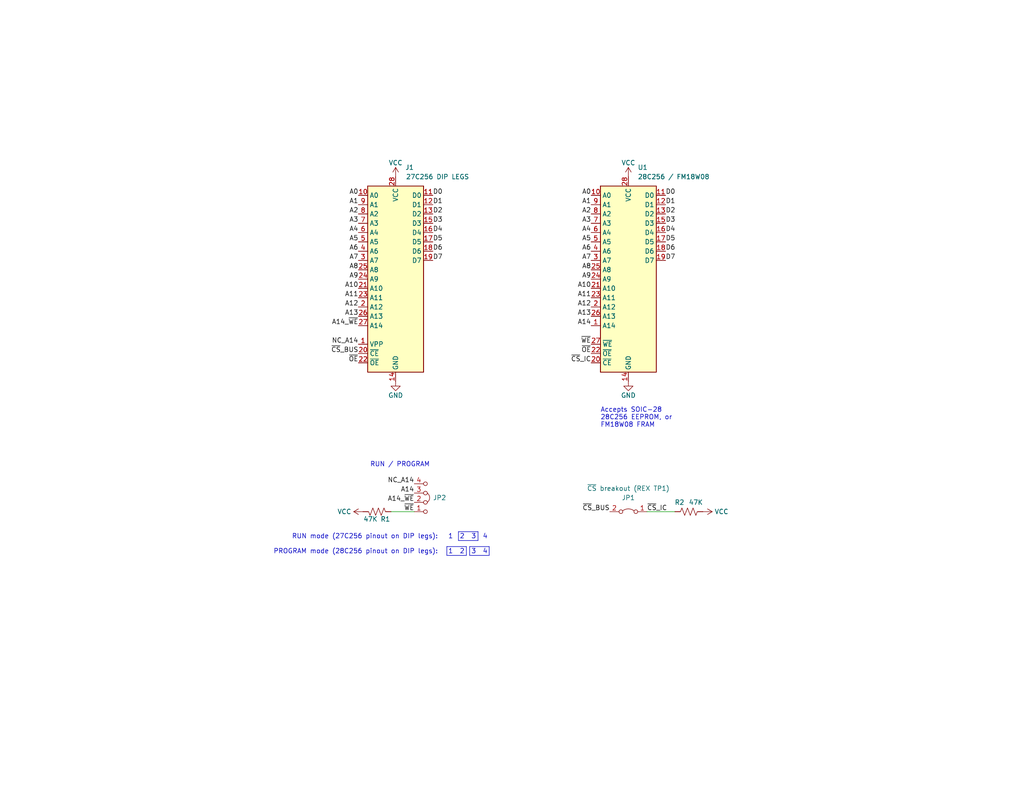
<source format=kicad_sch>
(kicad_sch (version 20211123) (generator eeschema)
  (paper "USLetter")
  (title_block (title "28C256 SOIC to 27C256 DIP") (date "2022-11-30") (rev "004") (company "Brian K. White - b.kenyon.w@gmail.com") (comment 1 "TRS-80 Model 102 system rom M12") (comment 2 "Support REX main rom feature"))
  (lib_symbols
    (symbol "000_LOCAL:27C256"
      (property "Reference" "U" (at -7.62 26.67 0))
      (property "Value" "27C256" (at 2.54 -26.67 0))
      (symbol "27C256_1_1"
        (rectangle (start -7.62 25.4) (end 7.62 -25.4) (stroke (width 0.254)) (fill (type background)))
        (pin power_in line (at -10.16 -17.78 0) (length 2.54) (name "VPP") (number "1"))
        (pin input line (at -10.16 22.86 0) (length 2.54) (name "A0") (number "10"))
        (pin tri_state line (at 10.16 22.86 180) (length 2.54) (name "D0") (number "11"))
        (pin tri_state line (at 10.16 20.32 180) (length 2.54) (name "D1") (number "12"))
        (pin tri_state line (at 10.16 17.78 180) (length 2.54) (name "D2") (number "13"))
        (pin power_in line (at 0 -27.94 90) (length 2.54) (name "GND") (number "14"))
        (pin tri_state line (at 10.16 15.24 180) (length 2.54) (name "D3") (number "15"))
        (pin tri_state line (at 10.16 12.7 180) (length 2.54) (name "D4") (number "16"))
        (pin tri_state line (at 10.16 10.16 180) (length 2.54) (name "D5") (number "17"))
        (pin tri_state line (at 10.16 7.62 180) (length 2.54) (name "D6") (number "18"))
        (pin tri_state line (at 10.16 5.08 180) (length 2.54) (name "D7") (number "19"))
        (pin input line (at -10.16 -7.62 0) (length 2.54) (name "A12") (number "2"))
        (pin input line (at -10.16 -20.32 0) (length 2.54) (name "~{CE}") (number "20"))
        (pin input line (at -10.16 -2.54 0) (length 2.54) (name "A10") (number "21"))
        (pin input line (at -10.16 -22.86 0) (length 2.54) (name "~{OE}") (number "22"))
        (pin input line (at -10.16 -5.08 0) (length 2.54) (name "A11") (number "23"))
        (pin input line (at -10.16 0 0) (length 2.54) (name "A9") (number "24"))
        (pin input line (at -10.16 2.54 0) (length 2.54) (name "A8") (number "25"))
        (pin input line (at -10.16 -10.16 0) (length 2.54) (name "A13") (number "26"))
        (pin input line (at -10.16 -12.7 0) (length 2.54) (name "A14") (number "27"))
        (pin power_in line (at 0 27.94 270) (length 2.54) (name "VCC") (number "28"))
        (pin input line (at -10.16 5.08 0) (length 2.54) (name "A7") (number "3"))
        (pin input line (at -10.16 7.62 0) (length 2.54) (name "A6") (number "4"))
        (pin input line (at -10.16 10.16 0) (length 2.54) (name "A5") (number "5"))
        (pin input line (at -10.16 12.7 0) (length 2.54) (name "A4") (number "6"))
        (pin input line (at -10.16 15.24 0) (length 2.54) (name "A3") (number "7"))
        (pin input line (at -10.16 17.78 0) (length 2.54) (name "A2") (number "8"))
        (pin input line (at -10.16 20.32 0) (length 2.54) (name "A1") (number "9"))
      )
    )
    (symbol "000_LOCAL:28C256"
      (property "Reference" "U" (at -7.62 26.67 0))
      (property "Value" "28C256" (at 1.27 26.67 0))
      (symbol "28C256_1_1"
        (rectangle (start -7.62 25.4) (end 7.62 -25.4) (stroke (width 0.254)) (fill (type background)))
        (pin input line (at -10.16 -12.7 0) (length 2.54) (name "A14") (number "1"))
        (pin input line (at -10.16 22.86 0) (length 2.54) (name "A0") (number "10"))
        (pin tri_state line (at 10.16 22.86 180) (length 2.54) (name "D0") (number "11"))
        (pin tri_state line (at 10.16 20.32 180) (length 2.54) (name "D1") (number "12"))
        (pin tri_state line (at 10.16 17.78 180) (length 2.54) (name "D2") (number "13"))
        (pin power_in line (at 0 -27.94 90) (length 2.54) (name "GND") (number "14"))
        (pin tri_state line (at 10.16 15.24 180) (length 2.54) (name "D3") (number "15"))
        (pin tri_state line (at 10.16 12.7 180) (length 2.54) (name "D4") (number "16"))
        (pin tri_state line (at 10.16 10.16 180) (length 2.54) (name "D5") (number "17"))
        (pin tri_state line (at 10.16 7.62 180) (length 2.54) (name "D6") (number "18"))
        (pin tri_state line (at 10.16 5.08 180) (length 2.54) (name "D7") (number "19"))
        (pin input line (at -10.16 -7.62 0) (length 2.54) (name "A12") (number "2"))
        (pin input line (at -10.16 -22.86 0) (length 2.54) (name "~{CE}") (number "20"))
        (pin input line (at -10.16 -2.54 0) (length 2.54) (name "A10") (number "21"))
        (pin input line (at -10.16 -20.32 0) (length 2.54) (name "~{OE}") (number "22"))
        (pin input line (at -10.16 -5.08 0) (length 2.54) (name "A11") (number "23"))
        (pin input line (at -10.16 0 0) (length 2.54) (name "A9") (number "24"))
        (pin input line (at -10.16 2.54 0) (length 2.54) (name "A8") (number "25"))
        (pin input line (at -10.16 -10.16 0) (length 2.54) (name "A13") (number "26"))
        (pin input line (at -10.16 -17.78 0) (length 2.54) (name "~{WE}") (number "27"))
        (pin power_in line (at 0 27.94 270) (length 2.54) (name "VCC") (number "28"))
        (pin input line (at -10.16 5.08 0) (length 2.54) (name "A7") (number "3"))
        (pin input line (at -10.16 7.62 0) (length 2.54) (name "A6") (number "4"))
        (pin input line (at -10.16 10.16 0) (length 2.54) (name "A5") (number "5"))
        (pin input line (at -10.16 12.7 0) (length 2.54) (name "A4") (number "6"))
        (pin input line (at -10.16 15.24 0) (length 2.54) (name "A3") (number "7"))
        (pin input line (at -10.16 17.78 0) (length 2.54) (name "A2") (number "8"))
        (pin input line (at -10.16 20.32 0) (length 2.54) (name "A1") (number "9"))
      )
    )
    (symbol "000_LOCAL:GND" (power) (pin_names (offset 0))
      (property "Value" "GND" (at 0 -3.81 0))
      (symbol "GND_0_1"
        (polyline (pts (xy 0 0) (xy 0 -1.27) (xy 1.27 -1.27) (xy 0 -2.54) (xy -1.27 -1.27) (xy 0 -1.27)))
      )
      (symbol "GND_1_1"
        (pin power_in line (at 0 0 270) (length 0) hide (name "GND") (number "1"))
      )
    )
    (symbol "000_LOCAL:Jumper_2_Bridged" (pin_names (offset 0) hide)
      (property "Reference" "JP" (at 0 1.905 0))
      (property "Value" "Jumper_2_Bridged" (at 0 -2.54 0))
      (symbol "Jumper_2_Bridged_0_0"
        (circle (center -2.032 0) (radius 0.508))
        (circle (center 2.032 0) (radius 0.508))
      )
      (symbol "Jumper_2_Bridged_0_1"
        (arc (start 1.524 0.254) (mid 0 0.762) (end -1.524 0.254))
      )
      (symbol "Jumper_2_Bridged_1_1"
        (pin passive line (at -5.08 0 0) (length 2.54) (name "A") (number "1"))
        (pin passive line (at 5.08 0 180) (length 2.54) (name "B") (number "2"))
      )
    )
    (symbol "000_LOCAL:Jumper_4_Bridged23" (pin_names (offset 0) hide)
      (property "Reference" "JP" (at 2.54 -3.81 0))
      (property "Value" "Jumper_4_Bridged23" (at 0 2.794 0))
      (symbol "Jumper_4_Bridged23_0_0"
        (circle (center -3.302 -7.62) (radius 0.508))
        (circle (center -3.302 -5.08) (radius 0.508))
        (circle (center -3.302 -2.54) (radius 0.508))
        (circle (center -3.302 0) (radius 0.508))
      )
      (symbol "Jumper_4_Bridged23_0_1"
        (arc (start -2.794 -5.08) (mid -2.1539 -3.81) (end -2.794 -2.54))
      )
      (symbol "Jumper_4_Bridged23_1_1"
        (pin passive line (at -6.35 0 0) (length 2.54) (name "A") (number "1"))
        (pin passive line (at -6.35 -2.54 0) (length 2.54) (name "B") (number "2"))
        (pin passive line (at -6.35 -5.08 0) (length 2.54) (name "C") (number "3"))
        (pin passive line (at -6.35 -7.62 0) (length 2.54) (name "D") (number "4"))
      )
    )
    (symbol "000_LOCAL:R_US" (pin_numbers hide) (pin_names (offset 0))
      (property "Reference" "R" (at 2.54 0 90))
      (property "Value" "R_US" (at -2.54 0 90))
      (symbol "R_US_0_1"
        (polyline (pts (xy 0 -2.286) (xy 0 -2.54)))
        (polyline (pts (xy 0 2.286) (xy 0 2.54)))
        (polyline (pts (xy 0 -0.762) (xy 1.016 -1.143) (xy 0 -1.524) (xy -1.016 -1.905) (xy 0 -2.286)))
        (polyline (pts (xy 0 0.762) (xy 1.016 0.381) (xy 0 0) (xy -1.016 -0.381) (xy 0 -0.762)))
        (polyline (pts (xy 0 2.286) (xy 1.016 1.905) (xy 0 1.524) (xy -1.016 1.143) (xy 0 0.762)))
      )
      (symbol "R_US_1_1"
        (pin passive line (at 0 3.81 270) (length 1.27) (name "~") (number "1"))
        (pin passive line (at 0 -3.81 90) (length 1.27) (name "~") (number "2"))
      )
    )
    (symbol "000_LOCAL:VCC" (power) (pin_names (offset 0))
      (property "Value" "VCC" (at 0 3.81 0))
      (symbol "VCC_0_1"
        (polyline (pts (xy -0.762 1.27) (xy 0 2.54)))
        (polyline (pts (xy 0 0) (xy 0 2.54)))
        (polyline (pts (xy 0 2.54) (xy 0.762 1.27)))
      )
      (symbol "VCC_1_1"
        (pin power_in line (at 0 0 90) (length 0) hide (name "VCC") (number "1"))
      )
    )
  )
  (polyline (pts (xy 128.143 149.225) (xy 128.143 151.638)) (stroke (width 0) (type solid)))
  (polyline (pts (xy 127.254 151.638) (xy 127.254 149.225)) (stroke (width 0) (type solid)))
  (polyline (pts (xy 127.254 149.225) (xy 121.92 149.225)) (stroke (width 0) (type solid)))
  (polyline (pts (xy 121.92 151.638) (xy 127.254 151.638)) (stroke (width 0) (type solid)))
  (polyline (pts (xy 130.429 147.574) (xy 130.429 145.161)) (stroke (width 0) (type solid)))
  (polyline (pts (xy 133.477 149.225) (xy 128.143 149.225)) (stroke (width 0) (type solid)))
  (polyline (pts (xy 125.095 147.574) (xy 130.429 147.574)) (stroke (width 0) (type solid)))
  (wire (pts (xy 176.53 139.7) (xy 184.15 139.7)))
  (polyline (pts (xy 130.429 145.161) (xy 125.095 145.161)) (stroke (width 0) (type solid)))
  (wire (pts (xy 106.68 139.7) (xy 113.03 139.7)))
  (polyline (pts (xy 128.143 151.638) (xy 133.477 151.638)) (stroke (width 0) (type solid)))
  (polyline (pts (xy 121.92 149.225) (xy 121.92 151.638)) (stroke (width 0) (type solid)))
  (polyline (pts (xy 125.095 145.161) (xy 125.095 147.574)) (stroke (width 0) (type solid)))
  (polyline (pts (xy 133.477 151.638) (xy 133.477 149.225)) (stroke (width 0) (type solid)))
  (text "Accepts SOIC-28\n28C256 EEPROM, or\nFM18W08 FRAM" (at 163.83 116.84 0) (effects (font (size 1.27 1.27)) (justify left bottom)))
  (text "RUN / PROGRAM" (at 100.965 127.635 0) (effects (font (size 1.27 1.27)) (justify left bottom)))
  (text "\nRUN mode (27C256 pinout on DIP legs):   1  2  3  4\n\nPROGRAM mode (28C256 pinout on DIP legs):   1  2  3  4" (at 133.096 151.384 180) (effects (font (size 1.27 1.27)) (justify right bottom)))
  (label "~{OE}" (at 161.29 96.52 180))
  (label "A3" (at 97.79 60.96 180))
  (label "A9" (at 97.79 76.2 180))
  (label "A14" (at 113.03 134.62 180))
  (label "A10" (at 161.29 78.74 180))
  (label "A6" (at 97.79 68.58 180))
  (label "A0" (at 161.29 53.34 180))
  (label "D7" (at 181.61 71.12 0))
  (label "A14_~{WE}" (at 97.79 88.9 180))
  (label "A5" (at 161.29 66.04 180))
  (label "A9" (at 161.29 76.2 180))
  (label "D2" (at 181.61 58.42 0))
  (label "~{CS}_IC" (at 176.53 139.7 0))
  (label "A4" (at 161.29 63.5 180))
  (label "D4" (at 118.11 63.5 0))
  (label "A2" (at 161.29 58.42 180))
  (label "A11" (at 161.29 81.28 180))
  (label "A6" (at 161.29 68.58 180))
  (label "D5" (at 118.11 66.04 0))
  (label "D0" (at 118.11 53.34 0))
  (label "~{WE}" (at 161.29 93.98 180))
  (label "A13" (at 97.79 86.36 180))
  (label "A10" (at 97.79 78.74 180))
  (label "A1" (at 97.79 55.88 180))
  (label "A7" (at 97.79 71.12 180))
  (label "D6" (at 118.11 68.58 0))
  (label "A1" (at 161.29 55.88 180))
  (label "A3" (at 161.29 60.96 180))
  (label "D1" (at 181.61 55.88 0))
  (label "NC_A14" (at 113.03 132.08 180))
  (label "A14" (at 161.29 88.9 180))
  (label "A2" (at 97.79 58.42 180))
  (label "D2" (at 118.11 58.42 0))
  (label "D7" (at 118.11 71.12 0))
  (label "~{CS}_BUS" (at 166.37 139.7 180))
  (label "A8" (at 161.29 73.66 180))
  (label "D6" (at 181.61 68.58 0))
  (label "~{OE}" (at 97.79 99.06 180))
  (label "D4" (at 181.61 63.5 0))
  (label "A8" (at 97.79 73.66 180))
  (label "A11" (at 97.79 81.28 180))
  (label "NC_A14" (at 97.79 93.98 180))
  (label "D0" (at 181.61 53.34 0))
  (label "A4" (at 97.79 63.5 180))
  (label "A5" (at 97.79 66.04 180))
  (label "D3" (at 181.61 60.96 0))
  (label "A0" (at 97.79 53.34 180))
  (label "~{CS}_IC" (at 161.29 99.06 180))
  (label "~{CS}_BUS" (at 97.79 96.52 180))
  (label "D3" (at 118.11 60.96 0))
  (label "~{WE}" (at 113.03 139.7 180))
  (label "D1" (at 118.11 55.88 0))
  (label "A12" (at 161.29 83.82 180))
  (label "D5" (at 181.61 66.04 0))
  (label "A7" (at 161.29 71.12 180))
  (label "A13" (at 161.29 86.36 180))
  (label "A12" (at 97.79 83.82 180))
  (label "A14_~{WE}" (at 113.03 137.16 180))
  (symbol (lib_id "000_LOCAL:27C256") (at 107.95 76.2 0) (unit 1)
    (property "Reference" "J1" (at 111.76 45.72 0))
    (property "Value" "27C256 DIP LEGS" (at 119.38 48.26 0))
    (property "Footprint" "000_LOCAL:DIP28_0.6_pcb" (effects hide))
    (property "Datasheet" "http://ww1.microchip.com/downloads/en/DeviceDoc/doc0014.pdf" (effects hide))
  )
  (symbol (lib_id "000_LOCAL:Jumper_2_Bridged") (at 171.45 139.7 0) (mirror y) (unit 1)
    (property "Reference" "JP1" (at 171.45 135.89 0))
    (property "Value" "~{CS} breakout (REX TP1)" (at 171.45 133.35 0))
    (property "Footprint" "000_LOCAL:Pin_Header_Angled_1x02_Pitch2.54mm" (effects hide))
  )
  (symbol (lib_id "000_LOCAL:R_US") (at 187.96 139.7 90) (unit 1)
    (property "Reference" "R2" (at 185.42 137.16 90))
    (property "Value" "47K" (at 189.865 137.16 90))
    (property "Footprint" "000_LOCAL:R_0805" (effects hide))
  )
  (symbol (lib_id "000_LOCAL:R_US") (at 102.87 139.7 90) (mirror x) (unit 1)
    (property "Reference" "R1" (at 105.156 141.732 90))
    (property "Value" "47K" (at 101.092 141.732 90))
    (property "Footprint" "000_LOCAL:R_0805" (effects hide))
  )
  (symbol (lib_id "000_LOCAL:Jumper_4_Bridged23") (at 119.38 139.7 0) (mirror x) (unit 1)
    (property "Reference" "JP2" (at 118.11 135.89 0) (effects (justify left)))
    (property "Value" "Jumper_4_Bridged23" (effects hide))
    (property "Footprint" "000_LOCAL:PinHeader_1x04_P2.00mm_Horizontal" (effects hide))
  )
  (symbol (lib_id "000_LOCAL:VCC") (at 171.45 48.26 0) (unit 1)
    (property "Reference" "#PWR0105" (effects hide))
    (property "Value" "VCC" (at 171.45 44.45 0))
  )
  (symbol (lib_id "000_LOCAL:GND") (at 107.95 104.14 0) (unit 1)
    (property "Reference" "#PWR0102" (effects hide))
    (property "Value" "GND" (at 107.95 107.95 0))
  )
  (symbol (lib_id "000_LOCAL:VCC") (at 99.06 139.7 90) (unit 1)
    (property "Reference" "#PWR0106" (effects hide))
    (property "Value" "VCC" (at 95.885 139.7 90) (effects (justify left)))
  )
  (symbol (lib_id "000_LOCAL:GND") (at 171.45 104.14 0) (unit 1)
    (property "Reference" "#PWR0103" (effects hide))
    (property "Value" "GND" (at 171.45 107.95 0))
  )
  (symbol (lib_id "000_LOCAL:VCC") (at 191.77 139.7 270) (unit 1)
    (property "Reference" "#PWR0104" (effects hide))
    (property "Value" "VCC" (at 194.945 139.7 90) (effects (justify left)))
  )
  (symbol (lib_id "000_LOCAL:28C256") (at 171.45 76.2 0) (unit 1)
    (property "Reference" "U1" (at 173.99 45.72 0) (effects (justify left)))
    (property "Value" "28C256 / FM18W08" (at 173.99 48.26 0) (effects (justify left)))
  )
  (symbol (lib_id "000_LOCAL:VCC") (at 107.95 48.26 0) (unit 1)
    (property "Reference" "#PWR0101" (effects hide))
    (property "Value" "VCC" (at 107.95 44.45 0))
  )
)
</source>
